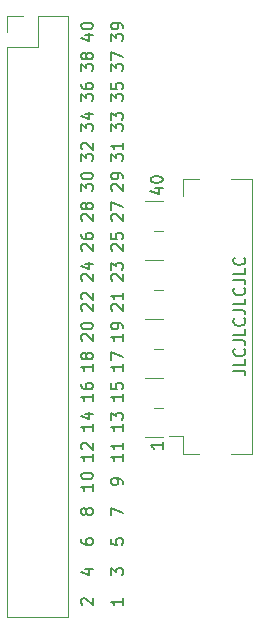
<source format=gbr>
%TF.GenerationSoftware,KiCad,Pcbnew,5.1.6*%
%TF.CreationDate,2020-06-27T21:13:43+02:00*%
%TF.ProjectId,hw,68772e6b-6963-4616-945f-706362585858,rev?*%
%TF.SameCoordinates,PX197b21e0PYf0cd820*%
%TF.FileFunction,Legend,Top*%
%TF.FilePolarity,Positive*%
%FSLAX46Y46*%
G04 Gerber Fmt 4.6, Leading zero omitted, Abs format (unit mm)*
G04 Created by KiCad (PCBNEW 5.1.6) date 2020-06-27 21:13:43*
%MOMM*%
%LPD*%
G01*
G04 APERTURE LIST*
%ADD10C,0.150000*%
%ADD11C,0.120000*%
G04 APERTURE END LIST*
D10*
X11185714Y-13285714D02*
X11852380Y-13285714D01*
X10804761Y-13523809D02*
X11519047Y-13761904D01*
X11519047Y-13142857D01*
X10852380Y-12571428D02*
X10852380Y-12476190D01*
X10900000Y-12380952D01*
X10947619Y-12333333D01*
X11042857Y-12285714D01*
X11233333Y-12238095D01*
X11471428Y-12238095D01*
X11661904Y-12285714D01*
X11757142Y-12333333D01*
X11804761Y-12380952D01*
X11852380Y-12476190D01*
X11852380Y-12571428D01*
X11804761Y-12666666D01*
X11757142Y-12714285D01*
X11661904Y-12761904D01*
X11471428Y-12809523D01*
X11233333Y-12809523D01*
X11042857Y-12761904D01*
X10947619Y-12714285D01*
X10900000Y-12666666D01*
X10852380Y-12571428D01*
X11852380Y-34764285D02*
X11852380Y-35335714D01*
X11852380Y-35050000D02*
X10852380Y-35050000D01*
X10995238Y-35145238D01*
X11090476Y-35240476D01*
X11138095Y-35335714D01*
D11*
X11900000Y-16850000D02*
X11150000Y-16850000D01*
X11900000Y-21850000D02*
X11150000Y-21850000D01*
X11900000Y-26850000D02*
X11150000Y-26850000D01*
X11900000Y-31850000D02*
X11150000Y-31850000D01*
X11900000Y-14350000D02*
X10400000Y-14350000D01*
X11900000Y-19350000D02*
X10400000Y-19350000D01*
X11900000Y-24350000D02*
X10400000Y-24350000D01*
X11900000Y-29350000D02*
X10400000Y-29350000D01*
X11900000Y-34350000D02*
X10400000Y-34350000D01*
D10*
X17852380Y-28719047D02*
X18566666Y-28719047D01*
X18709523Y-28766666D01*
X18804761Y-28861904D01*
X18852380Y-29004761D01*
X18852380Y-29100000D01*
X18852380Y-27766666D02*
X18852380Y-28242857D01*
X17852380Y-28242857D01*
X18757142Y-26861904D02*
X18804761Y-26909523D01*
X18852380Y-27052380D01*
X18852380Y-27147619D01*
X18804761Y-27290476D01*
X18709523Y-27385714D01*
X18614285Y-27433333D01*
X18423809Y-27480952D01*
X18280952Y-27480952D01*
X18090476Y-27433333D01*
X17995238Y-27385714D01*
X17900000Y-27290476D01*
X17852380Y-27147619D01*
X17852380Y-27052380D01*
X17900000Y-26909523D01*
X17947619Y-26861904D01*
X17852380Y-26147619D02*
X18566666Y-26147619D01*
X18709523Y-26195238D01*
X18804761Y-26290476D01*
X18852380Y-26433333D01*
X18852380Y-26528571D01*
X18852380Y-25195238D02*
X18852380Y-25671428D01*
X17852380Y-25671428D01*
X18757142Y-24290476D02*
X18804761Y-24338095D01*
X18852380Y-24480952D01*
X18852380Y-24576190D01*
X18804761Y-24719047D01*
X18709523Y-24814285D01*
X18614285Y-24861904D01*
X18423809Y-24909523D01*
X18280952Y-24909523D01*
X18090476Y-24861904D01*
X17995238Y-24814285D01*
X17900000Y-24719047D01*
X17852380Y-24576190D01*
X17852380Y-24480952D01*
X17900000Y-24338095D01*
X17947619Y-24290476D01*
X17852380Y-23576190D02*
X18566666Y-23576190D01*
X18709523Y-23623809D01*
X18804761Y-23719047D01*
X18852380Y-23861904D01*
X18852380Y-23957142D01*
X18852380Y-22623809D02*
X18852380Y-23100000D01*
X17852380Y-23100000D01*
X18757142Y-21719047D02*
X18804761Y-21766666D01*
X18852380Y-21909523D01*
X18852380Y-22004761D01*
X18804761Y-22147619D01*
X18709523Y-22242857D01*
X18614285Y-22290476D01*
X18423809Y-22338095D01*
X18280952Y-22338095D01*
X18090476Y-22290476D01*
X17995238Y-22242857D01*
X17900000Y-22147619D01*
X17852380Y-22004761D01*
X17852380Y-21909523D01*
X17900000Y-21766666D01*
X17947619Y-21719047D01*
X17852380Y-21004761D02*
X18566666Y-21004761D01*
X18709523Y-21052380D01*
X18804761Y-21147619D01*
X18852380Y-21290476D01*
X18852380Y-21385714D01*
X18852380Y-20052380D02*
X18852380Y-20528571D01*
X17852380Y-20528571D01*
X18757142Y-19147619D02*
X18804761Y-19195238D01*
X18852380Y-19338095D01*
X18852380Y-19433333D01*
X18804761Y-19576190D01*
X18709523Y-19671428D01*
X18614285Y-19719047D01*
X18423809Y-19766666D01*
X18280952Y-19766666D01*
X18090476Y-19719047D01*
X17995238Y-19671428D01*
X17900000Y-19576190D01*
X17852380Y-19433333D01*
X17852380Y-19338095D01*
X17900000Y-19195238D01*
X17947619Y-19147619D01*
X7492380Y-809523D02*
X7492380Y-190476D01*
X7873333Y-523809D01*
X7873333Y-380952D01*
X7920952Y-285714D01*
X7968571Y-238095D01*
X8063809Y-190476D01*
X8301904Y-190476D01*
X8397142Y-238095D01*
X8444761Y-285714D01*
X8492380Y-380952D01*
X8492380Y-666666D01*
X8444761Y-761904D01*
X8397142Y-809523D01*
X8492380Y285715D02*
X8492380Y476191D01*
X8444761Y571429D01*
X8397142Y619048D01*
X8254285Y714286D01*
X8063809Y761905D01*
X7682857Y761905D01*
X7587619Y714286D01*
X7540000Y666667D01*
X7492380Y571429D01*
X7492380Y380953D01*
X7540000Y285715D01*
X7587619Y238096D01*
X7682857Y190477D01*
X7920952Y190477D01*
X8016190Y238096D01*
X8063809Y285715D01*
X8111428Y380953D01*
X8111428Y571429D01*
X8063809Y666667D01*
X8016190Y714286D01*
X7920952Y761905D01*
X5285714Y-285714D02*
X5952380Y-285714D01*
X4904761Y-523809D02*
X5619047Y-761904D01*
X5619047Y-142857D01*
X4952380Y428572D02*
X4952380Y523810D01*
X5000000Y619048D01*
X5047619Y666667D01*
X5142857Y714286D01*
X5333333Y761905D01*
X5571428Y761905D01*
X5761904Y714286D01*
X5857142Y666667D01*
X5904761Y619048D01*
X5952380Y523810D01*
X5952380Y428572D01*
X5904761Y333334D01*
X5857142Y285715D01*
X5761904Y238096D01*
X5571428Y190477D01*
X5333333Y190477D01*
X5142857Y238096D01*
X5047619Y285715D01*
X5000000Y333334D01*
X4952380Y428572D01*
X7492380Y-3349523D02*
X7492380Y-2730476D01*
X7873333Y-3063809D01*
X7873333Y-2920952D01*
X7920952Y-2825714D01*
X7968571Y-2778095D01*
X8063809Y-2730476D01*
X8301904Y-2730476D01*
X8397142Y-2778095D01*
X8444761Y-2825714D01*
X8492380Y-2920952D01*
X8492380Y-3206666D01*
X8444761Y-3301904D01*
X8397142Y-3349523D01*
X7492380Y-2397142D02*
X7492380Y-1730476D01*
X8492380Y-2159047D01*
X4952380Y-3349523D02*
X4952380Y-2730476D01*
X5333333Y-3063809D01*
X5333333Y-2920952D01*
X5380952Y-2825714D01*
X5428571Y-2778095D01*
X5523809Y-2730476D01*
X5761904Y-2730476D01*
X5857142Y-2778095D01*
X5904761Y-2825714D01*
X5952380Y-2920952D01*
X5952380Y-3206666D01*
X5904761Y-3301904D01*
X5857142Y-3349523D01*
X5380952Y-2159047D02*
X5333333Y-2254285D01*
X5285714Y-2301904D01*
X5190476Y-2349523D01*
X5142857Y-2349523D01*
X5047619Y-2301904D01*
X5000000Y-2254285D01*
X4952380Y-2159047D01*
X4952380Y-1968571D01*
X5000000Y-1873333D01*
X5047619Y-1825714D01*
X5142857Y-1778095D01*
X5190476Y-1778095D01*
X5285714Y-1825714D01*
X5333333Y-1873333D01*
X5380952Y-1968571D01*
X5380952Y-2159047D01*
X5428571Y-2254285D01*
X5476190Y-2301904D01*
X5571428Y-2349523D01*
X5761904Y-2349523D01*
X5857142Y-2301904D01*
X5904761Y-2254285D01*
X5952380Y-2159047D01*
X5952380Y-1968571D01*
X5904761Y-1873333D01*
X5857142Y-1825714D01*
X5761904Y-1778095D01*
X5571428Y-1778095D01*
X5476190Y-1825714D01*
X5428571Y-1873333D01*
X5380952Y-1968571D01*
X7492380Y-5889523D02*
X7492380Y-5270476D01*
X7873333Y-5603809D01*
X7873333Y-5460952D01*
X7920952Y-5365714D01*
X7968571Y-5318095D01*
X8063809Y-5270476D01*
X8301904Y-5270476D01*
X8397142Y-5318095D01*
X8444761Y-5365714D01*
X8492380Y-5460952D01*
X8492380Y-5746666D01*
X8444761Y-5841904D01*
X8397142Y-5889523D01*
X7492380Y-4365714D02*
X7492380Y-4841904D01*
X7968571Y-4889523D01*
X7920952Y-4841904D01*
X7873333Y-4746666D01*
X7873333Y-4508571D01*
X7920952Y-4413333D01*
X7968571Y-4365714D01*
X8063809Y-4318095D01*
X8301904Y-4318095D01*
X8397142Y-4365714D01*
X8444761Y-4413333D01*
X8492380Y-4508571D01*
X8492380Y-4746666D01*
X8444761Y-4841904D01*
X8397142Y-4889523D01*
X4952380Y-5889523D02*
X4952380Y-5270476D01*
X5333333Y-5603809D01*
X5333333Y-5460952D01*
X5380952Y-5365714D01*
X5428571Y-5318095D01*
X5523809Y-5270476D01*
X5761904Y-5270476D01*
X5857142Y-5318095D01*
X5904761Y-5365714D01*
X5952380Y-5460952D01*
X5952380Y-5746666D01*
X5904761Y-5841904D01*
X5857142Y-5889523D01*
X4952380Y-4413333D02*
X4952380Y-4603809D01*
X5000000Y-4699047D01*
X5047619Y-4746666D01*
X5190476Y-4841904D01*
X5380952Y-4889523D01*
X5761904Y-4889523D01*
X5857142Y-4841904D01*
X5904761Y-4794285D01*
X5952380Y-4699047D01*
X5952380Y-4508571D01*
X5904761Y-4413333D01*
X5857142Y-4365714D01*
X5761904Y-4318095D01*
X5523809Y-4318095D01*
X5428571Y-4365714D01*
X5380952Y-4413333D01*
X5333333Y-4508571D01*
X5333333Y-4699047D01*
X5380952Y-4794285D01*
X5428571Y-4841904D01*
X5523809Y-4889523D01*
X7492380Y-8429523D02*
X7492380Y-7810476D01*
X7873333Y-8143809D01*
X7873333Y-8000952D01*
X7920952Y-7905714D01*
X7968571Y-7858095D01*
X8063809Y-7810476D01*
X8301904Y-7810476D01*
X8397142Y-7858095D01*
X8444761Y-7905714D01*
X8492380Y-8000952D01*
X8492380Y-8286666D01*
X8444761Y-8381904D01*
X8397142Y-8429523D01*
X7492380Y-7477142D02*
X7492380Y-6858095D01*
X7873333Y-7191428D01*
X7873333Y-7048571D01*
X7920952Y-6953333D01*
X7968571Y-6905714D01*
X8063809Y-6858095D01*
X8301904Y-6858095D01*
X8397142Y-6905714D01*
X8444761Y-6953333D01*
X8492380Y-7048571D01*
X8492380Y-7334285D01*
X8444761Y-7429523D01*
X8397142Y-7477142D01*
X4952380Y-8429523D02*
X4952380Y-7810476D01*
X5333333Y-8143809D01*
X5333333Y-8000952D01*
X5380952Y-7905714D01*
X5428571Y-7858095D01*
X5523809Y-7810476D01*
X5761904Y-7810476D01*
X5857142Y-7858095D01*
X5904761Y-7905714D01*
X5952380Y-8000952D01*
X5952380Y-8286666D01*
X5904761Y-8381904D01*
X5857142Y-8429523D01*
X5285714Y-6953333D02*
X5952380Y-6953333D01*
X4904761Y-7191428D02*
X5619047Y-7429523D01*
X5619047Y-6810476D01*
X7492380Y-10969523D02*
X7492380Y-10350476D01*
X7873333Y-10683809D01*
X7873333Y-10540952D01*
X7920952Y-10445714D01*
X7968571Y-10398095D01*
X8063809Y-10350476D01*
X8301904Y-10350476D01*
X8397142Y-10398095D01*
X8444761Y-10445714D01*
X8492380Y-10540952D01*
X8492380Y-10826666D01*
X8444761Y-10921904D01*
X8397142Y-10969523D01*
X8492380Y-9398095D02*
X8492380Y-9969523D01*
X8492380Y-9683809D02*
X7492380Y-9683809D01*
X7635238Y-9779047D01*
X7730476Y-9874285D01*
X7778095Y-9969523D01*
X4952380Y-10969523D02*
X4952380Y-10350476D01*
X5333333Y-10683809D01*
X5333333Y-10540952D01*
X5380952Y-10445714D01*
X5428571Y-10398095D01*
X5523809Y-10350476D01*
X5761904Y-10350476D01*
X5857142Y-10398095D01*
X5904761Y-10445714D01*
X5952380Y-10540952D01*
X5952380Y-10826666D01*
X5904761Y-10921904D01*
X5857142Y-10969523D01*
X5047619Y-9969523D02*
X5000000Y-9921904D01*
X4952380Y-9826666D01*
X4952380Y-9588571D01*
X5000000Y-9493333D01*
X5047619Y-9445714D01*
X5142857Y-9398095D01*
X5238095Y-9398095D01*
X5380952Y-9445714D01*
X5952380Y-10017142D01*
X5952380Y-9398095D01*
X7587619Y-13461904D02*
X7540000Y-13414285D01*
X7492380Y-13319047D01*
X7492380Y-13080952D01*
X7540000Y-12985714D01*
X7587619Y-12938095D01*
X7682857Y-12890476D01*
X7778095Y-12890476D01*
X7920952Y-12938095D01*
X8492380Y-13509523D01*
X8492380Y-12890476D01*
X8492380Y-12414285D02*
X8492380Y-12223809D01*
X8444761Y-12128571D01*
X8397142Y-12080952D01*
X8254285Y-11985714D01*
X8063809Y-11938095D01*
X7682857Y-11938095D01*
X7587619Y-11985714D01*
X7540000Y-12033333D01*
X7492380Y-12128571D01*
X7492380Y-12319047D01*
X7540000Y-12414285D01*
X7587619Y-12461904D01*
X7682857Y-12509523D01*
X7920952Y-12509523D01*
X8016190Y-12461904D01*
X8063809Y-12414285D01*
X8111428Y-12319047D01*
X8111428Y-12128571D01*
X8063809Y-12033333D01*
X8016190Y-11985714D01*
X7920952Y-11938095D01*
X4952380Y-13509523D02*
X4952380Y-12890476D01*
X5333333Y-13223809D01*
X5333333Y-13080952D01*
X5380952Y-12985714D01*
X5428571Y-12938095D01*
X5523809Y-12890476D01*
X5761904Y-12890476D01*
X5857142Y-12938095D01*
X5904761Y-12985714D01*
X5952380Y-13080952D01*
X5952380Y-13366666D01*
X5904761Y-13461904D01*
X5857142Y-13509523D01*
X4952380Y-12271428D02*
X4952380Y-12176190D01*
X5000000Y-12080952D01*
X5047619Y-12033333D01*
X5142857Y-11985714D01*
X5333333Y-11938095D01*
X5571428Y-11938095D01*
X5761904Y-11985714D01*
X5857142Y-12033333D01*
X5904761Y-12080952D01*
X5952380Y-12176190D01*
X5952380Y-12271428D01*
X5904761Y-12366666D01*
X5857142Y-12414285D01*
X5761904Y-12461904D01*
X5571428Y-12509523D01*
X5333333Y-12509523D01*
X5142857Y-12461904D01*
X5047619Y-12414285D01*
X5000000Y-12366666D01*
X4952380Y-12271428D01*
X7587619Y-16001904D02*
X7540000Y-15954285D01*
X7492380Y-15859047D01*
X7492380Y-15620952D01*
X7540000Y-15525714D01*
X7587619Y-15478095D01*
X7682857Y-15430476D01*
X7778095Y-15430476D01*
X7920952Y-15478095D01*
X8492380Y-16049523D01*
X8492380Y-15430476D01*
X7492380Y-15097142D02*
X7492380Y-14430476D01*
X8492380Y-14859047D01*
X5047619Y-16001904D02*
X5000000Y-15954285D01*
X4952380Y-15859047D01*
X4952380Y-15620952D01*
X5000000Y-15525714D01*
X5047619Y-15478095D01*
X5142857Y-15430476D01*
X5238095Y-15430476D01*
X5380952Y-15478095D01*
X5952380Y-16049523D01*
X5952380Y-15430476D01*
X5380952Y-14859047D02*
X5333333Y-14954285D01*
X5285714Y-15001904D01*
X5190476Y-15049523D01*
X5142857Y-15049523D01*
X5047619Y-15001904D01*
X5000000Y-14954285D01*
X4952380Y-14859047D01*
X4952380Y-14668571D01*
X5000000Y-14573333D01*
X5047619Y-14525714D01*
X5142857Y-14478095D01*
X5190476Y-14478095D01*
X5285714Y-14525714D01*
X5333333Y-14573333D01*
X5380952Y-14668571D01*
X5380952Y-14859047D01*
X5428571Y-14954285D01*
X5476190Y-15001904D01*
X5571428Y-15049523D01*
X5761904Y-15049523D01*
X5857142Y-15001904D01*
X5904761Y-14954285D01*
X5952380Y-14859047D01*
X5952380Y-14668571D01*
X5904761Y-14573333D01*
X5857142Y-14525714D01*
X5761904Y-14478095D01*
X5571428Y-14478095D01*
X5476190Y-14525714D01*
X5428571Y-14573333D01*
X5380952Y-14668571D01*
X7587619Y-18541904D02*
X7540000Y-18494285D01*
X7492380Y-18399047D01*
X7492380Y-18160952D01*
X7540000Y-18065714D01*
X7587619Y-18018095D01*
X7682857Y-17970476D01*
X7778095Y-17970476D01*
X7920952Y-18018095D01*
X8492380Y-18589523D01*
X8492380Y-17970476D01*
X7492380Y-17065714D02*
X7492380Y-17541904D01*
X7968571Y-17589523D01*
X7920952Y-17541904D01*
X7873333Y-17446666D01*
X7873333Y-17208571D01*
X7920952Y-17113333D01*
X7968571Y-17065714D01*
X8063809Y-17018095D01*
X8301904Y-17018095D01*
X8397142Y-17065714D01*
X8444761Y-17113333D01*
X8492380Y-17208571D01*
X8492380Y-17446666D01*
X8444761Y-17541904D01*
X8397142Y-17589523D01*
X5047619Y-18541904D02*
X5000000Y-18494285D01*
X4952380Y-18399047D01*
X4952380Y-18160952D01*
X5000000Y-18065714D01*
X5047619Y-18018095D01*
X5142857Y-17970476D01*
X5238095Y-17970476D01*
X5380952Y-18018095D01*
X5952380Y-18589523D01*
X5952380Y-17970476D01*
X4952380Y-17113333D02*
X4952380Y-17303809D01*
X5000000Y-17399047D01*
X5047619Y-17446666D01*
X5190476Y-17541904D01*
X5380952Y-17589523D01*
X5761904Y-17589523D01*
X5857142Y-17541904D01*
X5904761Y-17494285D01*
X5952380Y-17399047D01*
X5952380Y-17208571D01*
X5904761Y-17113333D01*
X5857142Y-17065714D01*
X5761904Y-17018095D01*
X5523809Y-17018095D01*
X5428571Y-17065714D01*
X5380952Y-17113333D01*
X5333333Y-17208571D01*
X5333333Y-17399047D01*
X5380952Y-17494285D01*
X5428571Y-17541904D01*
X5523809Y-17589523D01*
X7587619Y-21081904D02*
X7540000Y-21034285D01*
X7492380Y-20939047D01*
X7492380Y-20700952D01*
X7540000Y-20605714D01*
X7587619Y-20558095D01*
X7682857Y-20510476D01*
X7778095Y-20510476D01*
X7920952Y-20558095D01*
X8492380Y-21129523D01*
X8492380Y-20510476D01*
X7492380Y-20177142D02*
X7492380Y-19558095D01*
X7873333Y-19891428D01*
X7873333Y-19748571D01*
X7920952Y-19653333D01*
X7968571Y-19605714D01*
X8063809Y-19558095D01*
X8301904Y-19558095D01*
X8397142Y-19605714D01*
X8444761Y-19653333D01*
X8492380Y-19748571D01*
X8492380Y-20034285D01*
X8444761Y-20129523D01*
X8397142Y-20177142D01*
X5047619Y-21081904D02*
X5000000Y-21034285D01*
X4952380Y-20939047D01*
X4952380Y-20700952D01*
X5000000Y-20605714D01*
X5047619Y-20558095D01*
X5142857Y-20510476D01*
X5238095Y-20510476D01*
X5380952Y-20558095D01*
X5952380Y-21129523D01*
X5952380Y-20510476D01*
X5285714Y-19653333D02*
X5952380Y-19653333D01*
X4904761Y-19891428D02*
X5619047Y-20129523D01*
X5619047Y-19510476D01*
X7587619Y-23621904D02*
X7540000Y-23574285D01*
X7492380Y-23479047D01*
X7492380Y-23240952D01*
X7540000Y-23145714D01*
X7587619Y-23098095D01*
X7682857Y-23050476D01*
X7778095Y-23050476D01*
X7920952Y-23098095D01*
X8492380Y-23669523D01*
X8492380Y-23050476D01*
X8492380Y-22098095D02*
X8492380Y-22669523D01*
X8492380Y-22383809D02*
X7492380Y-22383809D01*
X7635238Y-22479047D01*
X7730476Y-22574285D01*
X7778095Y-22669523D01*
X5047619Y-23621904D02*
X5000000Y-23574285D01*
X4952380Y-23479047D01*
X4952380Y-23240952D01*
X5000000Y-23145714D01*
X5047619Y-23098095D01*
X5142857Y-23050476D01*
X5238095Y-23050476D01*
X5380952Y-23098095D01*
X5952380Y-23669523D01*
X5952380Y-23050476D01*
X5047619Y-22669523D02*
X5000000Y-22621904D01*
X4952380Y-22526666D01*
X4952380Y-22288571D01*
X5000000Y-22193333D01*
X5047619Y-22145714D01*
X5142857Y-22098095D01*
X5238095Y-22098095D01*
X5380952Y-22145714D01*
X5952380Y-22717142D01*
X5952380Y-22098095D01*
X8492380Y-25590476D02*
X8492380Y-26161904D01*
X8492380Y-25876190D02*
X7492380Y-25876190D01*
X7635238Y-25971428D01*
X7730476Y-26066666D01*
X7778095Y-26161904D01*
X8492380Y-25114285D02*
X8492380Y-24923809D01*
X8444761Y-24828571D01*
X8397142Y-24780952D01*
X8254285Y-24685714D01*
X8063809Y-24638095D01*
X7682857Y-24638095D01*
X7587619Y-24685714D01*
X7540000Y-24733333D01*
X7492380Y-24828571D01*
X7492380Y-25019047D01*
X7540000Y-25114285D01*
X7587619Y-25161904D01*
X7682857Y-25209523D01*
X7920952Y-25209523D01*
X8016190Y-25161904D01*
X8063809Y-25114285D01*
X8111428Y-25019047D01*
X8111428Y-24828571D01*
X8063809Y-24733333D01*
X8016190Y-24685714D01*
X7920952Y-24638095D01*
X5047619Y-26161904D02*
X5000000Y-26114285D01*
X4952380Y-26019047D01*
X4952380Y-25780952D01*
X5000000Y-25685714D01*
X5047619Y-25638095D01*
X5142857Y-25590476D01*
X5238095Y-25590476D01*
X5380952Y-25638095D01*
X5952380Y-26209523D01*
X5952380Y-25590476D01*
X4952380Y-24971428D02*
X4952380Y-24876190D01*
X5000000Y-24780952D01*
X5047619Y-24733333D01*
X5142857Y-24685714D01*
X5333333Y-24638095D01*
X5571428Y-24638095D01*
X5761904Y-24685714D01*
X5857142Y-24733333D01*
X5904761Y-24780952D01*
X5952380Y-24876190D01*
X5952380Y-24971428D01*
X5904761Y-25066666D01*
X5857142Y-25114285D01*
X5761904Y-25161904D01*
X5571428Y-25209523D01*
X5333333Y-25209523D01*
X5142857Y-25161904D01*
X5047619Y-25114285D01*
X5000000Y-25066666D01*
X4952380Y-24971428D01*
X8492380Y-28130476D02*
X8492380Y-28701904D01*
X8492380Y-28416190D02*
X7492380Y-28416190D01*
X7635238Y-28511428D01*
X7730476Y-28606666D01*
X7778095Y-28701904D01*
X7492380Y-27797142D02*
X7492380Y-27130476D01*
X8492380Y-27559047D01*
X5952380Y-28130476D02*
X5952380Y-28701904D01*
X5952380Y-28416190D02*
X4952380Y-28416190D01*
X5095238Y-28511428D01*
X5190476Y-28606666D01*
X5238095Y-28701904D01*
X5380952Y-27559047D02*
X5333333Y-27654285D01*
X5285714Y-27701904D01*
X5190476Y-27749523D01*
X5142857Y-27749523D01*
X5047619Y-27701904D01*
X5000000Y-27654285D01*
X4952380Y-27559047D01*
X4952380Y-27368571D01*
X5000000Y-27273333D01*
X5047619Y-27225714D01*
X5142857Y-27178095D01*
X5190476Y-27178095D01*
X5285714Y-27225714D01*
X5333333Y-27273333D01*
X5380952Y-27368571D01*
X5380952Y-27559047D01*
X5428571Y-27654285D01*
X5476190Y-27701904D01*
X5571428Y-27749523D01*
X5761904Y-27749523D01*
X5857142Y-27701904D01*
X5904761Y-27654285D01*
X5952380Y-27559047D01*
X5952380Y-27368571D01*
X5904761Y-27273333D01*
X5857142Y-27225714D01*
X5761904Y-27178095D01*
X5571428Y-27178095D01*
X5476190Y-27225714D01*
X5428571Y-27273333D01*
X5380952Y-27368571D01*
X8492380Y-30670476D02*
X8492380Y-31241904D01*
X8492380Y-30956190D02*
X7492380Y-30956190D01*
X7635238Y-31051428D01*
X7730476Y-31146666D01*
X7778095Y-31241904D01*
X7492380Y-29765714D02*
X7492380Y-30241904D01*
X7968571Y-30289523D01*
X7920952Y-30241904D01*
X7873333Y-30146666D01*
X7873333Y-29908571D01*
X7920952Y-29813333D01*
X7968571Y-29765714D01*
X8063809Y-29718095D01*
X8301904Y-29718095D01*
X8397142Y-29765714D01*
X8444761Y-29813333D01*
X8492380Y-29908571D01*
X8492380Y-30146666D01*
X8444761Y-30241904D01*
X8397142Y-30289523D01*
X5952380Y-30670476D02*
X5952380Y-31241904D01*
X5952380Y-30956190D02*
X4952380Y-30956190D01*
X5095238Y-31051428D01*
X5190476Y-31146666D01*
X5238095Y-31241904D01*
X4952380Y-29813333D02*
X4952380Y-30003809D01*
X5000000Y-30099047D01*
X5047619Y-30146666D01*
X5190476Y-30241904D01*
X5380952Y-30289523D01*
X5761904Y-30289523D01*
X5857142Y-30241904D01*
X5904761Y-30194285D01*
X5952380Y-30099047D01*
X5952380Y-29908571D01*
X5904761Y-29813333D01*
X5857142Y-29765714D01*
X5761904Y-29718095D01*
X5523809Y-29718095D01*
X5428571Y-29765714D01*
X5380952Y-29813333D01*
X5333333Y-29908571D01*
X5333333Y-30099047D01*
X5380952Y-30194285D01*
X5428571Y-30241904D01*
X5523809Y-30289523D01*
X8492380Y-33210476D02*
X8492380Y-33781904D01*
X8492380Y-33496190D02*
X7492380Y-33496190D01*
X7635238Y-33591428D01*
X7730476Y-33686666D01*
X7778095Y-33781904D01*
X7492380Y-32877142D02*
X7492380Y-32258095D01*
X7873333Y-32591428D01*
X7873333Y-32448571D01*
X7920952Y-32353333D01*
X7968571Y-32305714D01*
X8063809Y-32258095D01*
X8301904Y-32258095D01*
X8397142Y-32305714D01*
X8444761Y-32353333D01*
X8492380Y-32448571D01*
X8492380Y-32734285D01*
X8444761Y-32829523D01*
X8397142Y-32877142D01*
X5952380Y-33210476D02*
X5952380Y-33781904D01*
X5952380Y-33496190D02*
X4952380Y-33496190D01*
X5095238Y-33591428D01*
X5190476Y-33686666D01*
X5238095Y-33781904D01*
X5285714Y-32353333D02*
X5952380Y-32353333D01*
X4904761Y-32591428D02*
X5619047Y-32829523D01*
X5619047Y-32210476D01*
X8492380Y-35750476D02*
X8492380Y-36321904D01*
X8492380Y-36036190D02*
X7492380Y-36036190D01*
X7635238Y-36131428D01*
X7730476Y-36226666D01*
X7778095Y-36321904D01*
X8492380Y-34798095D02*
X8492380Y-35369523D01*
X8492380Y-35083809D02*
X7492380Y-35083809D01*
X7635238Y-35179047D01*
X7730476Y-35274285D01*
X7778095Y-35369523D01*
X5952380Y-35750476D02*
X5952380Y-36321904D01*
X5952380Y-36036190D02*
X4952380Y-36036190D01*
X5095238Y-36131428D01*
X5190476Y-36226666D01*
X5238095Y-36321904D01*
X5047619Y-35369523D02*
X5000000Y-35321904D01*
X4952380Y-35226666D01*
X4952380Y-34988571D01*
X5000000Y-34893333D01*
X5047619Y-34845714D01*
X5142857Y-34798095D01*
X5238095Y-34798095D01*
X5380952Y-34845714D01*
X5952380Y-35417142D01*
X5952380Y-34798095D01*
X8492380Y-38290476D02*
X8492380Y-38100000D01*
X8444761Y-38004761D01*
X8397142Y-37957142D01*
X8254285Y-37861904D01*
X8063809Y-37814285D01*
X7682857Y-37814285D01*
X7587619Y-37861904D01*
X7540000Y-37909523D01*
X7492380Y-38004761D01*
X7492380Y-38195238D01*
X7540000Y-38290476D01*
X7587619Y-38338095D01*
X7682857Y-38385714D01*
X7920952Y-38385714D01*
X8016190Y-38338095D01*
X8063809Y-38290476D01*
X8111428Y-38195238D01*
X8111428Y-38004761D01*
X8063809Y-37909523D01*
X8016190Y-37861904D01*
X7920952Y-37814285D01*
X5952380Y-38290476D02*
X5952380Y-38861904D01*
X5952380Y-38576190D02*
X4952380Y-38576190D01*
X5095238Y-38671428D01*
X5190476Y-38766666D01*
X5238095Y-38861904D01*
X4952380Y-37671428D02*
X4952380Y-37576190D01*
X5000000Y-37480952D01*
X5047619Y-37433333D01*
X5142857Y-37385714D01*
X5333333Y-37338095D01*
X5571428Y-37338095D01*
X5761904Y-37385714D01*
X5857142Y-37433333D01*
X5904761Y-37480952D01*
X5952380Y-37576190D01*
X5952380Y-37671428D01*
X5904761Y-37766666D01*
X5857142Y-37814285D01*
X5761904Y-37861904D01*
X5571428Y-37909523D01*
X5333333Y-37909523D01*
X5142857Y-37861904D01*
X5047619Y-37814285D01*
X5000000Y-37766666D01*
X4952380Y-37671428D01*
X7492380Y-40973333D02*
X7492380Y-40306666D01*
X8492380Y-40735238D01*
X5380952Y-40735238D02*
X5333333Y-40830476D01*
X5285714Y-40878095D01*
X5190476Y-40925714D01*
X5142857Y-40925714D01*
X5047619Y-40878095D01*
X5000000Y-40830476D01*
X4952380Y-40735238D01*
X4952380Y-40544761D01*
X5000000Y-40449523D01*
X5047619Y-40401904D01*
X5142857Y-40354285D01*
X5190476Y-40354285D01*
X5285714Y-40401904D01*
X5333333Y-40449523D01*
X5380952Y-40544761D01*
X5380952Y-40735238D01*
X5428571Y-40830476D01*
X5476190Y-40878095D01*
X5571428Y-40925714D01*
X5761904Y-40925714D01*
X5857142Y-40878095D01*
X5904761Y-40830476D01*
X5952380Y-40735238D01*
X5952380Y-40544761D01*
X5904761Y-40449523D01*
X5857142Y-40401904D01*
X5761904Y-40354285D01*
X5571428Y-40354285D01*
X5476190Y-40401904D01*
X5428571Y-40449523D01*
X5380952Y-40544761D01*
X7492380Y-42941904D02*
X7492380Y-43418095D01*
X7968571Y-43465714D01*
X7920952Y-43418095D01*
X7873333Y-43322857D01*
X7873333Y-43084761D01*
X7920952Y-42989523D01*
X7968571Y-42941904D01*
X8063809Y-42894285D01*
X8301904Y-42894285D01*
X8397142Y-42941904D01*
X8444761Y-42989523D01*
X8492380Y-43084761D01*
X8492380Y-43322857D01*
X8444761Y-43418095D01*
X8397142Y-43465714D01*
X4952380Y-42989523D02*
X4952380Y-43180000D01*
X5000000Y-43275238D01*
X5047619Y-43322857D01*
X5190476Y-43418095D01*
X5380952Y-43465714D01*
X5761904Y-43465714D01*
X5857142Y-43418095D01*
X5904761Y-43370476D01*
X5952380Y-43275238D01*
X5952380Y-43084761D01*
X5904761Y-42989523D01*
X5857142Y-42941904D01*
X5761904Y-42894285D01*
X5523809Y-42894285D01*
X5428571Y-42941904D01*
X5380952Y-42989523D01*
X5333333Y-43084761D01*
X5333333Y-43275238D01*
X5380952Y-43370476D01*
X5428571Y-43418095D01*
X5523809Y-43465714D01*
X7492380Y-46053333D02*
X7492380Y-45434285D01*
X7873333Y-45767619D01*
X7873333Y-45624761D01*
X7920952Y-45529523D01*
X7968571Y-45481904D01*
X8063809Y-45434285D01*
X8301904Y-45434285D01*
X8397142Y-45481904D01*
X8444761Y-45529523D01*
X8492380Y-45624761D01*
X8492380Y-45910476D01*
X8444761Y-46005714D01*
X8397142Y-46053333D01*
X5285714Y-45529523D02*
X5952380Y-45529523D01*
X4904761Y-45767619D02*
X5619047Y-46005714D01*
X5619047Y-45386666D01*
X8492380Y-47974285D02*
X8492380Y-48545714D01*
X8492380Y-48260000D02*
X7492380Y-48260000D01*
X7635238Y-48355238D01*
X7730476Y-48450476D01*
X7778095Y-48545714D01*
X5047619Y-48545714D02*
X5000000Y-48498095D01*
X4952380Y-48402857D01*
X4952380Y-48164761D01*
X5000000Y-48069523D01*
X5047619Y-48021904D01*
X5142857Y-47974285D01*
X5238095Y-47974285D01*
X5380952Y-48021904D01*
X5952380Y-48593333D01*
X5952380Y-47974285D01*
D11*
%TO.C,J1*%
X13600000Y-34260000D02*
X12400000Y-34260000D01*
X19400000Y-12450000D02*
X17660000Y-12450000D01*
X19400000Y-35750000D02*
X19400000Y-12450000D01*
X17660000Y-35750000D02*
X19400000Y-35750000D01*
X13600000Y-12450000D02*
X14940000Y-12450000D01*
X13600000Y-13940000D02*
X13600000Y-12450000D01*
X13600000Y-35750000D02*
X14940000Y-35750000D01*
X13600000Y-34260000D02*
X13600000Y-35750000D01*
%TO.C,J2*%
X-1330000Y1330000D02*
X0Y1330000D01*
X-1330000Y0D02*
X-1330000Y1330000D01*
X1270000Y1330000D02*
X3870000Y1330000D01*
X1270000Y-1270000D02*
X1270000Y1330000D01*
X-1330000Y-1270000D02*
X1270000Y-1270000D01*
X3870000Y1330000D02*
X3870000Y-49590000D01*
X-1330000Y-1270000D02*
X-1330000Y-49590000D01*
X-1330000Y-49590000D02*
X3870000Y-49590000D01*
%TD*%
M02*

</source>
